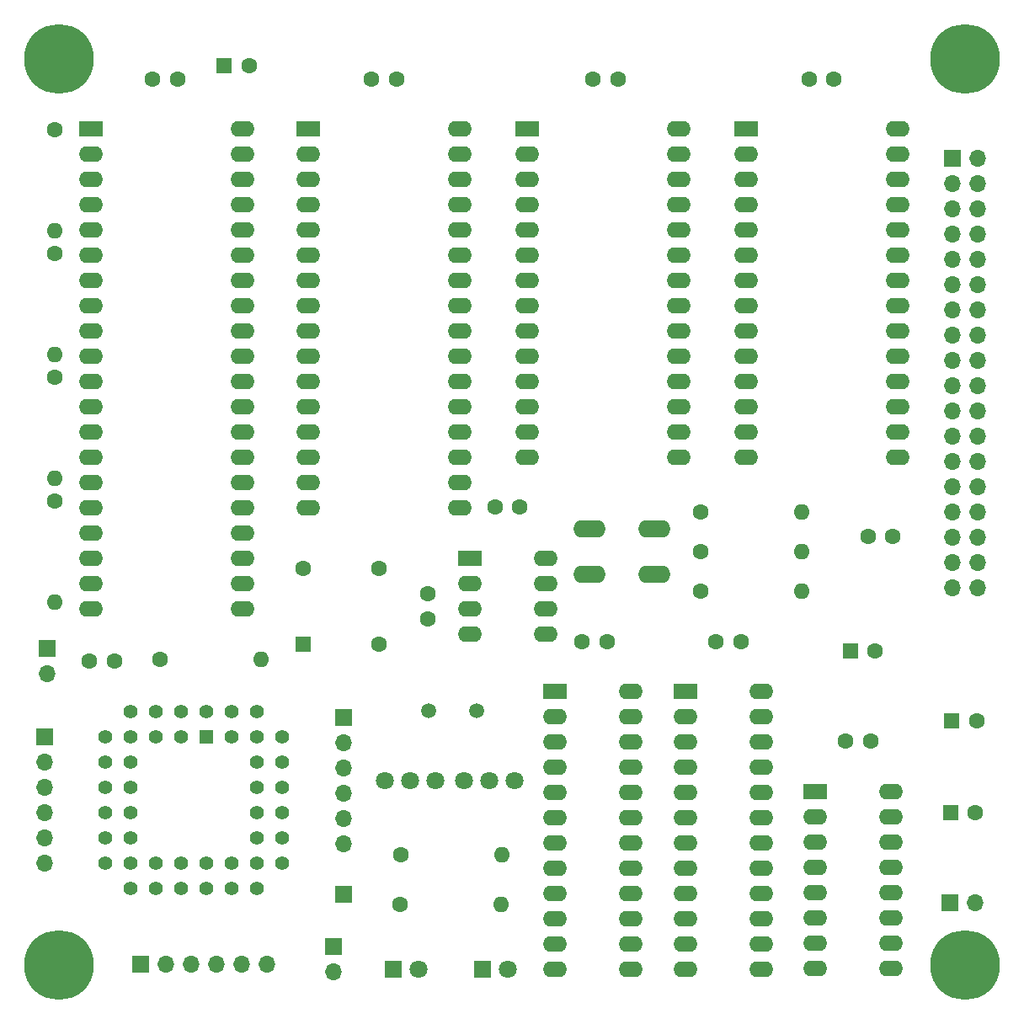
<source format=gbr>
%TF.GenerationSoftware,KiCad,Pcbnew,(6.0.0-0)*%
%TF.CreationDate,2022-06-19T00:41:26+01:00*%
%TF.ProjectId,rosco_6502,726f7363-6f5f-4363-9530-322e6b696361,0*%
%TF.SameCoordinates,Original*%
%TF.FileFunction,Soldermask,Top*%
%TF.FilePolarity,Negative*%
%FSLAX46Y46*%
G04 Gerber Fmt 4.6, Leading zero omitted, Abs format (unit mm)*
G04 Created by KiCad (PCBNEW (6.0.0-0)) date 2022-06-19 00:41:26*
%MOMM*%
%LPD*%
G01*
G04 APERTURE LIST*
%ADD10R,1.700000X1.700000*%
%ADD11O,1.700000X1.700000*%
%ADD12C,1.600000*%
%ADD13R,1.800000X1.800000*%
%ADD14C,1.800000*%
%ADD15O,1.600000X1.600000*%
%ADD16R,2.400000X1.600000*%
%ADD17O,2.400000X1.600000*%
%ADD18R,1.600000X1.600000*%
%ADD19C,7.000000*%
%ADD20C,1.500000*%
%ADD21C,1.803400*%
%ADD22O,3.251200X1.727200*%
%ADD23R,1.422400X1.422400*%
%ADD24C,1.422400*%
G04 APERTURE END LIST*
D10*
%TO.C,J6*%
X178015000Y-138330000D03*
D11*
X180555000Y-138330000D03*
%TD*%
D12*
%TO.C,C15*%
X91500000Y-114000000D03*
X94000000Y-114000000D03*
%TD*%
%TO.C,C17*%
X167500000Y-122030000D03*
X170000000Y-122030000D03*
%TD*%
D13*
%TO.C,LED1*%
X122000000Y-145000000D03*
D14*
X124540000Y-145000000D03*
%TD*%
D12*
%TO.C,C9*%
X119858300Y-55500000D03*
X122358300Y-55500000D03*
%TD*%
D10*
%TO.C,J1*%
X96650000Y-144500000D03*
D11*
X99190000Y-144500000D03*
X101730000Y-144500000D03*
X104270000Y-144500000D03*
X106810000Y-144500000D03*
X109350000Y-144500000D03*
%TD*%
D12*
%TO.C,C1*%
X142108300Y-55500000D03*
X144608300Y-55500000D03*
%TD*%
%TO.C,R9*%
X152920000Y-107000000D03*
D15*
X163080000Y-107000000D03*
%TD*%
D12*
%TO.C,C13*%
X132250000Y-98500000D03*
X134750000Y-98500000D03*
%TD*%
%TO.C,R10*%
X98550000Y-113830000D03*
D15*
X108710000Y-113830000D03*
%TD*%
D12*
%TO.C,C10*%
X97858300Y-55500000D03*
X100358300Y-55500000D03*
%TD*%
D16*
%TO.C,U4*%
X164450000Y-127130000D03*
D17*
X164450000Y-129670000D03*
X164450000Y-132210000D03*
X164450000Y-134750000D03*
X164450000Y-137290000D03*
X164450000Y-139830000D03*
X164450000Y-142370000D03*
X164450000Y-144910000D03*
X172070000Y-144910000D03*
X172070000Y-142370000D03*
X172070000Y-139830000D03*
X172070000Y-137290000D03*
X172070000Y-134750000D03*
X172070000Y-132210000D03*
X172070000Y-129670000D03*
X172070000Y-127130000D03*
%TD*%
D16*
%TO.C,U2*%
X135491700Y-60500000D03*
D17*
X135491700Y-63040000D03*
X135491700Y-65580000D03*
X135491700Y-68120000D03*
X135491700Y-70660000D03*
X135491700Y-73200000D03*
X135491700Y-75740000D03*
X135491700Y-78280000D03*
X135491700Y-80820000D03*
X135491700Y-83360000D03*
X135491700Y-85900000D03*
X135491700Y-88440000D03*
X135491700Y-90980000D03*
X135491700Y-93520000D03*
X150731700Y-93520000D03*
X150731700Y-90980000D03*
X150731700Y-88440000D03*
X150731700Y-85900000D03*
X150731700Y-83360000D03*
X150731700Y-80820000D03*
X150731700Y-78280000D03*
X150731700Y-75740000D03*
X150731700Y-73200000D03*
X150731700Y-70660000D03*
X150731700Y-68120000D03*
X150731700Y-65580000D03*
X150731700Y-63040000D03*
X150731700Y-60500000D03*
%TD*%
D16*
%TO.C,IC2*%
X138250000Y-117030000D03*
D17*
X138250000Y-119570000D03*
X138250000Y-122110000D03*
X138250000Y-124650000D03*
X138250000Y-127190000D03*
X138250000Y-129730000D03*
X138250000Y-132270000D03*
X138250000Y-134810000D03*
X138250000Y-137350000D03*
X138250000Y-139890000D03*
X138250000Y-142430000D03*
X138250000Y-144970000D03*
X145870000Y-144970000D03*
X145870000Y-142430000D03*
X145870000Y-139890000D03*
X145870000Y-137350000D03*
X145870000Y-134810000D03*
X145870000Y-132270000D03*
X145870000Y-129730000D03*
X145870000Y-127190000D03*
X145870000Y-124650000D03*
X145870000Y-122110000D03*
X145870000Y-119570000D03*
X145870000Y-117030000D03*
%TD*%
D18*
%TO.C,X1*%
X113000000Y-112310000D03*
D12*
X120620000Y-112310000D03*
X120620000Y-104690000D03*
X113000000Y-104690000D03*
%TD*%
%TO.C,R1*%
X88000000Y-60580000D03*
D15*
X88000000Y-70740000D03*
%TD*%
D19*
%TO.C,H4*%
X179550000Y-144550000D03*
%TD*%
D18*
%TO.C,C8*%
X168000000Y-113000000D03*
D12*
X170500000Y-113000000D03*
%TD*%
D10*
%TO.C,J3*%
X117000000Y-119650000D03*
D11*
X117000000Y-122190000D03*
X117000000Y-124730000D03*
X117000000Y-127270000D03*
X117000000Y-129810000D03*
X117000000Y-132350000D03*
%TD*%
D10*
%TO.C,JP2*%
X87250000Y-112725000D03*
D11*
X87250000Y-115265000D03*
%TD*%
D12*
%TO.C,R8*%
X152920000Y-103000000D03*
D15*
X163080000Y-103000000D03*
%TD*%
D20*
%TO.C,Q1*%
X125550000Y-119000000D03*
X130430000Y-119000000D03*
%TD*%
D16*
%TO.C,IC5*%
X151450000Y-117055000D03*
D17*
X151450000Y-119595000D03*
X151450000Y-122135000D03*
X151450000Y-124675000D03*
X151450000Y-127215000D03*
X151450000Y-129755000D03*
X151450000Y-132295000D03*
X151450000Y-134835000D03*
X151450000Y-137375000D03*
X151450000Y-139915000D03*
X151450000Y-142455000D03*
X151450000Y-144995000D03*
X159070000Y-144995000D03*
X159070000Y-142455000D03*
X159070000Y-139915000D03*
X159070000Y-137375000D03*
X159070000Y-134835000D03*
X159070000Y-132295000D03*
X159070000Y-129755000D03*
X159070000Y-127215000D03*
X159070000Y-124675000D03*
X159070000Y-122135000D03*
X159070000Y-119595000D03*
X159070000Y-117055000D03*
%TD*%
D12*
%TO.C,C14*%
X163858300Y-55500000D03*
X166358300Y-55500000D03*
%TD*%
%TO.C,C16*%
X154500000Y-112030000D03*
X157000000Y-112030000D03*
%TD*%
D19*
%TO.C,H1*%
X88450000Y-53450000D03*
%TD*%
D12*
%TO.C,R4*%
X88000000Y-97920000D03*
D15*
X88000000Y-108080000D03*
%TD*%
D21*
%TO.C,C6*%
X123730000Y-126000000D03*
X121190000Y-126000000D03*
X126270000Y-126000000D03*
%TD*%
D12*
%TO.C,R3*%
X88000000Y-85500000D03*
D15*
X88000000Y-95660000D03*
%TD*%
D18*
%TO.C,C3*%
X105026000Y-54125000D03*
D12*
X107526000Y-54125000D03*
%TD*%
D10*
%TO.C,J5*%
X178225000Y-63425000D03*
D11*
X180765000Y-63425000D03*
X178225000Y-65965000D03*
X180765000Y-65965000D03*
X178225000Y-68505000D03*
X180765000Y-68505000D03*
X178225000Y-71045000D03*
X180765000Y-71045000D03*
X178225000Y-73585000D03*
X180765000Y-73585000D03*
X178225000Y-76125000D03*
X180765000Y-76125000D03*
X178225000Y-78665000D03*
X180765000Y-78665000D03*
X178225000Y-81205000D03*
X180765000Y-81205000D03*
X178225000Y-83745000D03*
X180765000Y-83745000D03*
X178225000Y-86285000D03*
X180765000Y-86285000D03*
X178225000Y-88825000D03*
X180765000Y-88825000D03*
X178225000Y-91365000D03*
X180765000Y-91365000D03*
X178225000Y-93905000D03*
X180765000Y-93905000D03*
X178225000Y-96445000D03*
X180765000Y-96445000D03*
X178225000Y-98985000D03*
X180765000Y-98985000D03*
X178225000Y-101525000D03*
X180765000Y-101525000D03*
X178225000Y-104065000D03*
X180765000Y-104065000D03*
X178225000Y-106605000D03*
X180765000Y-106605000D03*
%TD*%
D18*
%TO.C,C5*%
X178182400Y-120000000D03*
D12*
X180682400Y-120000000D03*
%TD*%
%TO.C,R7*%
X152920000Y-99000000D03*
D15*
X163080000Y-99000000D03*
%TD*%
D16*
%TO.C,IC4*%
X129700000Y-103700000D03*
D17*
X129700000Y-106240000D03*
X129700000Y-108780000D03*
X129700000Y-111320000D03*
X137320000Y-111320000D03*
X137320000Y-108780000D03*
X137320000Y-106240000D03*
X137320000Y-103700000D03*
%TD*%
D10*
%TO.C,J2*%
X87000000Y-121650000D03*
D11*
X87000000Y-124190000D03*
X87000000Y-126730000D03*
X87000000Y-129270000D03*
X87000000Y-131810000D03*
X87000000Y-134350000D03*
%TD*%
D16*
%TO.C,U3*%
X157483300Y-60475000D03*
D17*
X157483300Y-63015000D03*
X157483300Y-65555000D03*
X157483300Y-68095000D03*
X157483300Y-70635000D03*
X157483300Y-73175000D03*
X157483300Y-75715000D03*
X157483300Y-78255000D03*
X157483300Y-80795000D03*
X157483300Y-83335000D03*
X157483300Y-85875000D03*
X157483300Y-88415000D03*
X157483300Y-90955000D03*
X157483300Y-93495000D03*
X172723300Y-93495000D03*
X172723300Y-90955000D03*
X172723300Y-88415000D03*
X172723300Y-85875000D03*
X172723300Y-83335000D03*
X172723300Y-80795000D03*
X172723300Y-78255000D03*
X172723300Y-75715000D03*
X172723300Y-73175000D03*
X172723300Y-70635000D03*
X172723300Y-68095000D03*
X172723300Y-65555000D03*
X172723300Y-63015000D03*
X172723300Y-60475000D03*
%TD*%
D21*
%TO.C,C7*%
X131730000Y-126000000D03*
X129190000Y-126000000D03*
X134270000Y-126000000D03*
%TD*%
D18*
%TO.C,C4*%
X178067621Y-129250000D03*
D12*
X180567621Y-129250000D03*
%TD*%
D19*
%TO.C,H3*%
X88450000Y-144550000D03*
%TD*%
D10*
%TO.C,JP1*%
X116000000Y-142725000D03*
D11*
X116000000Y-145265000D03*
%TD*%
D22*
%TO.C,SW1*%
X141748800Y-100739400D03*
X148251200Y-100739400D03*
X141748800Y-105260600D03*
X148251200Y-105260600D03*
%TD*%
D19*
%TO.C,H2*%
X179550000Y-53450000D03*
%TD*%
D12*
%TO.C,R5*%
X122775000Y-133500000D03*
D15*
X132935000Y-133500000D03*
%TD*%
D12*
%TO.C,R6*%
X122695000Y-138500000D03*
D15*
X132855000Y-138500000D03*
%TD*%
D10*
%TO.C,J4*%
X117000000Y-137500000D03*
%TD*%
D23*
%TO.C,IC3*%
X103270000Y-121650000D03*
D24*
X100730000Y-119110000D03*
X100730000Y-121650000D03*
X98190000Y-119110000D03*
X98190000Y-121650000D03*
X95650000Y-119110000D03*
X93110000Y-121650000D03*
X95650000Y-121650000D03*
X93110000Y-124190000D03*
X95650000Y-124190000D03*
X93110000Y-126730000D03*
X95650000Y-126730000D03*
X93110000Y-129270000D03*
X95650000Y-129270000D03*
X93110000Y-131810000D03*
X95650000Y-131810000D03*
X93110000Y-134350000D03*
X95650000Y-136890000D03*
X95650000Y-134350000D03*
X98190000Y-136890000D03*
X98190000Y-134350000D03*
X100730000Y-136890000D03*
X100730000Y-134350000D03*
X103270000Y-136890000D03*
X103270000Y-134350000D03*
X105810000Y-136890000D03*
X105810000Y-134350000D03*
X108350000Y-136890000D03*
X110890000Y-134350000D03*
X108350000Y-134350000D03*
X110890000Y-131810000D03*
X108350000Y-131810000D03*
X110890000Y-129270000D03*
X108350000Y-129270000D03*
X110890000Y-126730000D03*
X108350000Y-126730000D03*
X110890000Y-124190000D03*
X108350000Y-124190000D03*
X110890000Y-121650000D03*
X108350000Y-119110000D03*
X108350000Y-121650000D03*
X105810000Y-119110000D03*
X105810000Y-121650000D03*
X103270000Y-119110000D03*
%TD*%
D12*
%TO.C,C11*%
X169750000Y-101500000D03*
X172250000Y-101500000D03*
%TD*%
%TO.C,C12*%
X125500000Y-109750000D03*
X125500000Y-107250000D03*
%TD*%
%TO.C,C2*%
X141000000Y-112030000D03*
X143500000Y-112030000D03*
%TD*%
%TO.C,R2*%
X88000000Y-73000000D03*
D15*
X88000000Y-83160000D03*
%TD*%
D16*
%TO.C,IC1*%
X91608300Y-60500000D03*
D17*
X91608300Y-63040000D03*
X91608300Y-65580000D03*
X91608300Y-68120000D03*
X91608300Y-70660000D03*
X91608300Y-73200000D03*
X91608300Y-75740000D03*
X91608300Y-78280000D03*
X91608300Y-80820000D03*
X91608300Y-83360000D03*
X91608300Y-85900000D03*
X91608300Y-88440000D03*
X91608300Y-90980000D03*
X91608300Y-93520000D03*
X91608300Y-96060000D03*
X91608300Y-98600000D03*
X91608300Y-101140000D03*
X91608300Y-103680000D03*
X91608300Y-106220000D03*
X91608300Y-108760000D03*
X106848300Y-108760000D03*
X106848300Y-106220000D03*
X106848300Y-103680000D03*
X106848300Y-101140000D03*
X106848300Y-98600000D03*
X106848300Y-96060000D03*
X106848300Y-93520000D03*
X106848300Y-90980000D03*
X106848300Y-88440000D03*
X106848300Y-85900000D03*
X106848300Y-83360000D03*
X106848300Y-80820000D03*
X106848300Y-78280000D03*
X106848300Y-75740000D03*
X106848300Y-73200000D03*
X106848300Y-70660000D03*
X106848300Y-68120000D03*
X106848300Y-65580000D03*
X106848300Y-63040000D03*
X106848300Y-60500000D03*
%TD*%
D13*
%TO.C,LED2*%
X131000000Y-145000000D03*
D14*
X133540000Y-145000000D03*
%TD*%
D16*
%TO.C,U1*%
X113500000Y-60500000D03*
D17*
X113500000Y-63040000D03*
X113500000Y-65580000D03*
X113500000Y-68120000D03*
X113500000Y-70660000D03*
X113500000Y-73200000D03*
X113500000Y-75740000D03*
X113500000Y-78280000D03*
X113500000Y-80820000D03*
X113500000Y-83360000D03*
X113500000Y-85900000D03*
X113500000Y-88440000D03*
X113500000Y-90980000D03*
X113500000Y-93520000D03*
X113500000Y-96060000D03*
X113500000Y-98600000D03*
X128740000Y-98600000D03*
X128740000Y-96060000D03*
X128740000Y-93520000D03*
X128740000Y-90980000D03*
X128740000Y-88440000D03*
X128740000Y-85900000D03*
X128740000Y-83360000D03*
X128740000Y-80820000D03*
X128740000Y-78280000D03*
X128740000Y-75740000D03*
X128740000Y-73200000D03*
X128740000Y-70660000D03*
X128740000Y-68120000D03*
X128740000Y-65580000D03*
X128740000Y-63040000D03*
X128740000Y-60500000D03*
%TD*%
M02*

</source>
